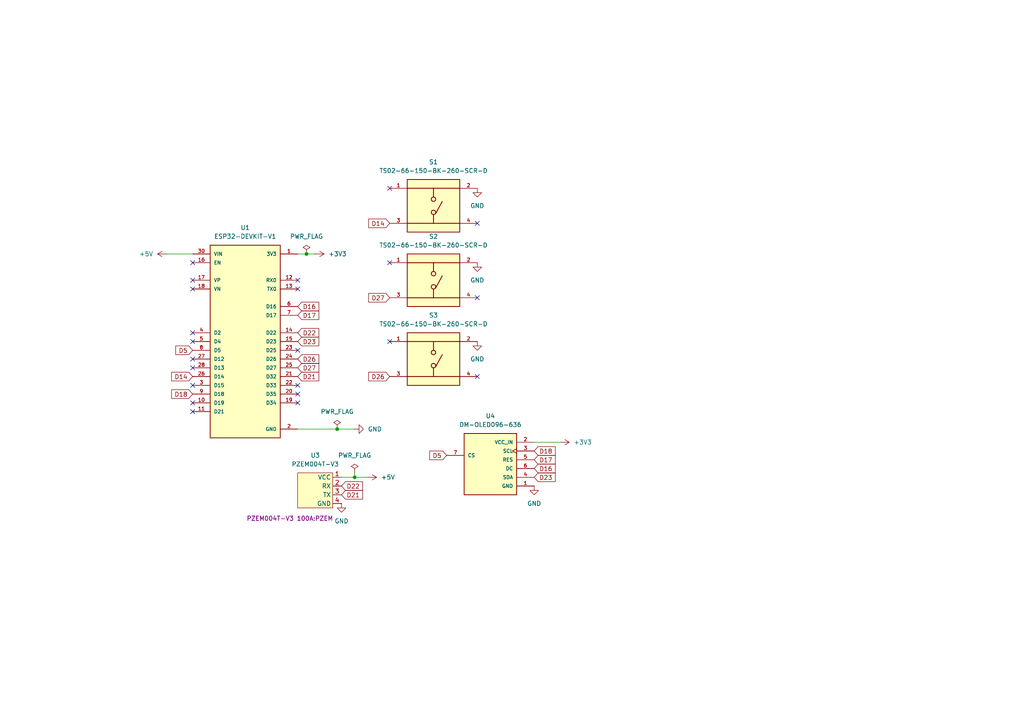
<source format=kicad_sch>
(kicad_sch (version 20250114) (generator "eeschema") (generator_version "9.0")
  (paper "A4")
  (lib_symbols
    (symbol "DM-OLED096-636:DM-OLED096-636" (pin_names (offset 1.016))
      (property "Reference" "U4" (at 0 25.4 0))
      (property "Value" "DM-OLED096-636" (at 0 22.86 0))
      (symbol "DM-OLED096-636_0_0"
        (rectangle (start -7.62 20.32) (end 7.62 2.54) (stroke (width 0.254)) (fill (type background)))
        (pin power_in line (at 12.7 17.78 180) (length 5.08) (name "VCC_IN") (number "2"))
        (pin bidirectional line (at 12.7 7.62 180) (length 5.08) (name "SDA") (number "4"))
        (pin power_in line (at 12.7 5.08 180) (length 5.08) (name "GND") (number "1"))
      )
      (symbol "DM-OLED096-636_1_0"
        (pin input line (at -12.7 13.97 0) (length 5.08) (name "CS") (number "7"))
        (pin input clock (at 12.7 15.24 180) (length 5.08) (name "SCL") (number "3"))
        (pin input line (at 12.7 12.7 180) (length 5.08) (name "RES") (number "5"))
        (pin output line (at 12.7 10.16 180) (length 5.08) (name "DC") (number "6"))
      )
    )
    (symbol "ESP32-DEVKIT-V1:ESP32-DEVKIT-V1" (pin_names (offset 1.016))
      (property "Reference" "U1" (at 0 33.02 0))
      (property "Value" "ESP32-DEVKIT-V1" (at 0 30.48 0))
      (symbol "ESP32-DEVKIT-V1_0_0"
        (rectangle (start -10.16 27.94) (end 10.16 -27.94) (stroke (width 0.254)) (fill (type background)))
        (pin input line (at -15.24 25.4 0) (length 5.08) (name "VIN") (number "30"))
        (pin input line (at -15.24 22.86 0) (length 5.08) (name "EN") (number "16"))
        (pin bidirectional line (at -15.24 17.78 0) (length 5.08) (name "VP") (number "17"))
        (pin bidirectional line (at -15.24 15.24 0) (length 5.08) (name "VN") (number "18"))
        (pin bidirectional line (at -15.24 2.54 0) (length 5.08) (name "D2") (number "4"))
        (pin bidirectional line (at -15.24 0 0) (length 5.08) (name "D4") (number "5"))
        (pin bidirectional line (at -15.24 -2.54 0) (length 5.08) (name "D5") (number "8"))
        (pin bidirectional line (at -15.24 -5.08 0) (length 5.08) (name "D12") (number "27"))
        (pin bidirectional line (at -15.24 -7.62 0) (length 5.08) (name "D13") (number "28"))
        (pin bidirectional line (at -15.24 -10.16 0) (length 5.08) (name "D14") (number "26"))
        (pin bidirectional line (at -15.24 -12.7 0) (length 5.08) (name "D15") (number "3"))
        (pin bidirectional line (at -15.24 -15.24 0) (length 5.08) (name "D18") (number "9"))
        (pin bidirectional line (at -15.24 -17.78 0) (length 5.08) (name "D19") (number "10"))
        (pin bidirectional line (at -15.24 -20.32 0) (length 5.08) (name "D21") (number "11"))
        (pin output line (at 15.24 25.4 180) (length 5.08) (name "3V3") (number "1"))
        (pin input line (at 15.24 17.78 180) (length 5.08) (name "RX0") (number "12"))
        (pin output line (at 15.24 15.24 180) (length 5.08) (name "TX0") (number "13"))
        (pin input line (at 15.24 10.16 180) (length 5.08) (name "D16") (number "6"))
        (pin output line (at 15.24 7.62 180) (length 5.08) (name "D17") (number "7"))
        (pin bidirectional line (at 15.24 2.54 180) (length 5.08) (name "D22") (number "14"))
        (pin bidirectional line (at 15.24 0 180) (length 5.08) (name "D23") (number "15"))
        (pin bidirectional line (at 15.24 -2.54 180) (length 5.08) (name "D25") (number "23"))
        (pin bidirectional line (at 15.24 -5.08 180) (length 5.08) (name "D26") (number "24"))
        (pin bidirectional line (at 15.24 -7.62 180) (length 5.08) (name "D27") (number "25"))
        (pin bidirectional line (at 15.24 -10.16 180) (length 5.08) (name "D32") (number "21"))
        (pin bidirectional line (at 15.24 -12.7 180) (length 5.08) (name "D33") (number "22"))
        (pin bidirectional line (at 15.24 -15.24 180) (length 5.08) (name "D35") (number "20"))
        (pin bidirectional line (at 15.24 -17.78 180) (length 5.08) (name "D34") (number "19"))
        (pin power_in line (at 15.24 -25.4 180) (length 5.08) (name "GND") (number "2"))
        (pin power_in line (at 15.24 -25.4 180) (length 5.08) (hide yes) (name "GND") (number "29"))
      )
    )
    (symbol "PZEM004T V3-project_Symbol:Pzem_project"
      (property "Reference" "U3" (at -14.224 12.192 0))
      (property "Value" "PZEM004T-V3" (at -13.716 9.906 0))
      (symbol "Pzem_project_1_1"
        (rectangle (start -19.05 7.62) (end -8.89 -2.54) (fill (type background)))
        (pin power_in line (at -6.35 6.35 180) (length 2.54) (name "VCC") (number "1"))
        (pin input line (at -6.35 3.81 180) (length 2.54) (name "RX") (number "2"))
        (pin input line (at -6.35 1.27 180) (length 2.54) (name "TX") (number "3"))
        (pin power_in line (at -6.35 -1.27 180) (length 2.54) (name "GND") (number "4"))
      )
    )
    (symbol "TS02-66-150-BK-260-SCR-D:TS02-66-150-BK-260-SCR-D" (pin_names (offset 1.016))
      (property "Reference" "S" (at -7.62 8.382 0))
      (property "Value" "TS02-66-150-BK-260-SCR-D" (at -7.62 -8.382 0))
      (symbol "TS02-66-150-BK-260-SCR-D_0_0"
        (rectangle (start -7.62 -7.62) (end 7.62 7.62) (stroke (width 0.254)) (fill (type background)))
        (polyline (pts (xy 0 5.08) (xy -7.62 5.08)) (stroke (width 0.254)))
        (polyline (pts (xy 0 5.08) (xy 0 2.54)) (stroke (width 0.254)))
        (polyline (pts (xy 0 5.08) (xy 7.62 5.08)) (stroke (width 0.254)))
        (circle (center 0 1.905) (radius 0.635) (stroke (width 0.254)))
        (circle (center 0 -1.905) (radius 0.635) (stroke (width 0.254)))
        (polyline (pts (xy 0 -2.54) (xy 0 -5.08)) (stroke (width 0.254)))
        (polyline (pts (xy 0 -5.08) (xy -7.62 -5.08)) (stroke (width 0.254)))
        (polyline (pts (xy 0 -5.08) (xy 7.62 -5.08)) (stroke (width 0.254)))
        (polyline (pts (xy 0.635 -2.2225) (xy 2.54 1.27)) (stroke (width 0.254)))
        (pin passive line (at -12.7 5.08 0) (length 5.08) (name "~") (number "1"))
        (pin passive line (at -12.7 -5.08 0) (length 5.08) (name "~") (number "3"))
        (pin passive line (at 12.7 5.08 180) (length 5.08) (name "~") (number "2"))
        (pin passive line (at 12.7 -5.08 180) (length 5.08) (name "~") (number "4"))
      )
    )
    (symbol "power:+3V3" (power) (pin_numbers (hide yes)) (pin_names (offset 0) (hide yes))
      (property "Value" "+3V3" (at 0 3.556 0))
      (symbol "+3V3_0_1"
        (polyline (pts (xy -0.762 1.27) (xy 0 2.54)))
        (polyline (pts (xy 0 2.54) (xy 0.762 1.27)))
        (polyline (pts (xy 0 0) (xy 0 2.54)))
      )
      (symbol "+3V3_1_1"
        (pin power_in line (at 0 0 90) (length 0) (name "~") (number "1"))
      )
    )
    (symbol "power:+5V" (power) (pin_numbers (hide yes)) (pin_names (offset 0) (hide yes))
      (property "Value" "+5V" (at 0 3.556 0))
      (symbol "+5V_0_1"
        (polyline (pts (xy -0.762 1.27) (xy 0 2.54)))
        (polyline (pts (xy 0 2.54) (xy 0.762 1.27)))
        (polyline (pts (xy 0 0) (xy 0 2.54)))
      )
      (symbol "+5V_1_1"
        (pin power_in line (at 0 0 90) (length 0) (name "~") (number "1"))
      )
    )
    (symbol "power:GND" (power) (pin_numbers (hide yes)) (pin_names (offset 0) (hide yes))
      (property "Value" "GND" (at 0 -3.81 0))
      (symbol "GND_0_1"
        (polyline (pts (xy 0 0) (xy 0 -1.27) (xy 1.27 -1.27) (xy 0 -2.54) (xy -1.27 -1.27) (xy 0 -1.27)))
      )
      (symbol "GND_1_1"
        (pin power_in line (at 0 0 270) (length 0) (name "~") (number "1"))
      )
    )
    (symbol "power:PWR_FLAG" (power) (pin_numbers (hide yes)) (pin_names (offset 0) (hide yes))
      (property "Value" "PWR_FLAG" (at 0 3.81 0))
      (symbol "PWR_FLAG_0_0"
        (pin power_out line (at 0 0 90) (length 0) (name "~") (number "1"))
      )
      (symbol "PWR_FLAG_0_1"
        (polyline (pts (xy 0 0) (xy 0 1.27) (xy -1.016 1.905) (xy 0 2.54) (xy 1.016 1.905) (xy 0 1.27)))
      )
    )
  )
  (junction (at 97.79 124.46))
  (junction (at 102.87 138.43))
  (junction (at 88.9 73.66))
  (no_connect (at 86.36 83.82))
  (no_connect (at 55.88 111.76))
  (no_connect (at 86.36 116.84))
  (no_connect (at 55.88 116.84))
  (no_connect (at 86.36 101.6))
  (no_connect (at 55.88 99.06))
  (no_connect (at 55.88 119.38))
  (no_connect (at 55.88 76.2))
  (no_connect (at 86.36 114.3))
  (no_connect (at 86.36 111.76))
  (no_connect (at 113.03 54.61))
  (no_connect (at 55.88 104.14))
  (no_connect (at 55.88 83.82))
  (no_connect (at 55.88 81.28))
  (no_connect (at 138.43 109.22))
  (no_connect (at 86.36 81.28))
  (no_connect (at 138.43 86.36))
  (no_connect (at 55.88 96.52))
  (no_connect (at 138.43 64.77))
  (no_connect (at 55.88 106.68))
  (no_connect (at 113.03 76.2))
  (no_connect (at 113.03 99.06))
  (wire (pts (xy 48.26 73.66) (xy 55.88 73.66)))
  (wire (pts (xy 102.87 137.16) (xy 102.87 138.43)))
  (wire (pts (xy 154.94 128.27) (xy 162.56 128.27)))
  (wire (pts (xy 106.68 138.43) (xy 102.87 138.43)))
  (wire (pts (xy 99.06 138.43) (xy 102.87 138.43)))
  (wire (pts (xy 88.9 73.66) (xy 91.44 73.66)))
  (wire (pts (xy 86.36 73.66) (xy 88.9 73.66)))
  (wire (pts (xy 97.79 124.46) (xy 86.36 124.46)))
  (wire (pts (xy 102.87 124.46) (xy 97.79 124.46)))
  (global_label "D17" (shape input) (at 86.36 91.44 0) (property "Intersheetrefs" "${INTERSHEET_REFS}" (effects (hide yes))))
  (global_label "D27" (shape input) (at 113.03 86.36 180) (property "Intersheetrefs" "${INTERSHEET_REFS}" (effects (hide yes))))
  (global_label "D23" (shape input) (at 86.36 99.06 0) (property "Intersheetrefs" "${INTERSHEET_REFS}" (effects (hide yes))))
  (global_label "D5" (shape input) (at 129.54 132.08 180) (property "Intersheetrefs" "${INTERSHEET_REFS}" (effects (hide yes))))
  (global_label "D14" (shape input) (at 113.03 64.77 180) (property "Intersheetrefs" "${INTERSHEET_REFS}" (effects (hide yes))))
  (global_label "D17" (shape input) (at 154.94 133.35 0) (property "Intersheetrefs" "${INTERSHEET_REFS}" (effects (hide yes))))
  (global_label "D5" (shape input) (at 55.88 101.6 180) (property "Intersheetrefs" "${INTERSHEET_REFS}" (effects (hide yes))))
  (global_label "D23" (shape input) (at 154.94 138.43 0) (property "Intersheetrefs" "${INTERSHEET_REFS}" (effects (hide yes))))
  (global_label "D22" (shape input) (at 86.36 96.52 0) (property "Intersheetrefs" "${INTERSHEET_REFS}" (effects (hide yes))))
  (global_label "D26" (shape input) (at 86.36 104.14 0) (property "Intersheetrefs" "${INTERSHEET_REFS}" (effects (hide yes))))
  (global_label "D18" (shape input) (at 55.88 114.3 180) (property "Intersheetrefs" "${INTERSHEET_REFS}" (effects (hide yes))))
  (global_label "D21" (shape input) (at 99.06 143.51 0) (property "Intersheetrefs" "${INTERSHEET_REFS}" (effects (hide yes))))
  (global_label "D18" (shape input) (at 154.94 130.81 0) (property "Intersheetrefs" "${INTERSHEET_REFS}" (effects (hide yes))))
  (global_label "D22" (shape input) (at 99.06 140.97 0) (property "Intersheetrefs" "${INTERSHEET_REFS}" (effects (hide yes))))
  (global_label "D26" (shape input) (at 113.03 109.22 180) (property "Intersheetrefs" "${INTERSHEET_REFS}" (effects (hide yes))))
  (global_label "D16" (shape input) (at 86.36 88.9 0) (property "Intersheetrefs" "${INTERSHEET_REFS}" (effects (hide yes))))
  (global_label "D21" (shape input) (at 86.36 109.22 0) (property "Intersheetrefs" "${INTERSHEET_REFS}" (effects (hide yes))))
  (global_label "D27" (shape input) (at 86.36 106.68 0) (property "Intersheetrefs" "${INTERSHEET_REFS}" (effects (hide yes))))
  (global_label "D14" (shape input) (at 55.88 109.22 180) (property "Intersheetrefs" "${INTERSHEET_REFS}" (effects (hide yes))))
  (global_label "D16" (shape input) (at 154.94 135.89 0) (property "Intersheetrefs" "${INTERSHEET_REFS}" (effects (hide yes))))
  (symbol (lib_id "ESP32-DEVKIT-V1:ESP32-DEVKIT-V1") (at 71.12 99.06 0) (unit 1)
    (property "Reference" "U1" (at 71.12 66.04 0))
    (property "Value" "ESP32-DEVKIT-V1" (at 71.12 68.58 0))
    (property "Footprint" "ESP32-DEVKIT-V1:MODULE_ESP32_DEVKIT_V1" (effects (hide yes)))
    (property "MF" "Do it" (effects (hide yes)))
    (property "MAXIMUM_PACKAGE_HEIGHT" "6.8 mm" (effects (hide yes)))
    (property "Package" "None" (effects (hide yes)))
    (property "Price" "None" (effects (hide yes)))
    (property "Check_prices" "https://www.snapeda.com/parts/ESP32-DEVKIT-V1/Do+it/view-part/?ref=eda" (effects (hide yes)))
    (property "STANDARD" "Manufacturer Recommendations" (effects (hide yes)))
    (property "PARTREV" "N/A" (effects (hide yes)))
    (property "SnapEDA_Link" "https://www.snapeda.com/parts/ESP32-DEVKIT-V1/Do+it/view-part/?ref=snap" (effects (hide yes)))
    (property "MP" "ESP32-DEVKIT-V1" (effects (hide yes)))
    (property "Description_1" "Dual core, Wi-Fi: 2.4 GHz up to 150 Mbits/s,BLE (Bluetooth Low Energy) and legacy Bluetooth, 32 bits, Up to 240 MHz" (effects (hide yes)))
    (property "Availability" "Not in stock" (effects (hide yes)))
    (property "MANUFACTURER" "DOIT" (effects (hide yes)))
  )
  (symbol (lib_id "power:PWR_FLAG") (at 97.79 124.46 0) (unit 1)
    (property "Reference" "#FLG01" (effects (hide yes)))
    (property "Value" "PWR_FLAG" (at 97.79 119.38 0))
    (property "Description" "Special symbol for telling ERC where power comes from" (effects (hide yes)))
  )
  (symbol (lib_id "power:GND") (at 138.43 76.2 0) (unit 1)
    (property "Reference" "#PWR05" (effects (hide yes)))
    (property "Value" "GND" (at 138.43 81.28 0))
    (property "Description" "Power symbol creates a global label with name \"GND\" , ground" (effects (hide yes)))
  )
  (symbol (lib_id "power:GND") (at 138.43 54.61 0) (unit 1)
    (property "Reference" "#PWR06" (effects (hide yes)))
    (property "Value" "GND" (at 138.43 59.69 0))
    (property "Description" "Power symbol creates a global label with name \"GND\" , ground" (effects (hide yes)))
  )
  (symbol (lib_id "power:PWR_FLAG") (at 102.87 137.16 0) (unit 1)
    (property "Reference" "#FLG03" (effects (hide yes)))
    (property "Value" "PWR_FLAG" (at 102.87 132.08 0))
    (property "Description" "Special symbol for telling ERC where power comes from" (effects (hide yes)))
  )
  (symbol (lib_id "power:GND") (at 102.87 124.46 90) (unit 1)
    (property "Reference" "#PWR01" (effects (hide yes)))
    (property "Value" "GND" (at 106.68 124.4599 90) (effects (justify right)))
    (property "Description" "Power symbol creates a global label with name \"GND\" , ground" (effects (hide yes)))
  )
  (symbol (lib_id "power:+3V3") (at 91.44 73.66 270) (unit 1)
    (property "Reference" "#PWR09" (effects (hide yes)))
    (property "Value" "+3V3" (at 95.25 73.6599 90) (effects (justify left)))
    (property "Description" "Power symbol creates a global label with name \"+3V3\"" (effects (hide yes)))
  )
  (symbol (lib_id "power:+5V") (at 48.26 73.66 90) (unit 1)
    (property "Reference" "#PWR07" (effects (hide yes)))
    (property "Value" "+5V" (at 44.45 73.6599 90) (effects (justify left)))
    (property "Description" "Power symbol creates a global label with name \"+5V\"" (effects (hide yes)))
  )
  (symbol (lib_id "TS02-66-150-BK-260-SCR-D:TS02-66-150-BK-260-SCR-D") (at 125.73 59.69 0) (unit 1)
    (property "Reference" "S1" (at 125.73 46.99 0))
    (property "Value" "TS02-66-150-BK-260-SCR-D" (at 125.73 49.53 0))
    (property "Footprint" "TS02-66-150-BK-260-SCR-D:SW_TS02-66-150-BK-260-SCR-D" (effects (hide yes)))
    (property "MF" "Same Sky" (effects (hide yes)))
    (property "Description_1" "6 x 6 mm, 15 mm Actuator Height, 260 gf, Black, Short Crimped, Through Hole, SPST, Tactile Switch" (effects (hide yes)))
    (property "Package" "None" (effects (hide yes)))
    (property "Price" "None" (effects (hide yes)))
    (property "Check_prices" "https://www.snapeda.com/parts/TS02-66-150-BK-260-SCR-D/Same+Sky/view-part/?ref=eda" (effects (hide yes)))
    (property "STANDARD" "Manufacturer Recommendations" (effects (hide yes)))
    (property "PARTREV" "1.0" (effects (hide yes)))
    (property "SnapEDA_Link" "https://www.snapeda.com/parts/TS02-66-150-BK-260-SCR-D/Same+Sky/view-part/?ref=snap" (effects (hide yes)))
    (property "MP" "TS02-66-150-BK-260-SCR-D" (effects (hide yes)))
    (property "Availability" "In Stock" (effects (hide yes)))
    (property "MANUFACTURER" "CUI Devices" (effects (hide yes)))
  )
  (symbol (lib_id "power:GND") (at 154.94 140.97 0) (unit 1)
    (property "Reference" "#PWR03" (effects (hide yes)))
    (property "Value" "GND" (at 154.94 146.05 0))
    (property "Description" "Power symbol creates a global label with name \"GND\" , ground" (effects (hide yes)))
  )
  (symbol (lib_id "power:GND") (at 99.06 146.05 0) (unit 1)
    (property "Reference" "#PWR02" (effects (hide yes)))
    (property "Value" "GND" (at 99.06 151.13 0))
    (property "Description" "Power symbol creates a global label with name \"GND\" , ground" (effects (hide yes)))
  )
  (symbol (lib_id "PZEM004T V3-project_Symbol:Pzem_project") (at 105.41 144.78 0) (unit 1)
    (property "Reference" "U3" (at 91.44 132.08 0))
    (property "Value" "PZEM004T-V3" (at 91.44 134.62 0))
    (property "Footprint" "PZEM004T-V3 100A:PZEM" (at 84.074 150.368 0))
  )
  (symbol (lib_id "power:+5V") (at 106.68 138.43 270) (unit 1)
    (property "Reference" "#PWR08" (effects (hide yes)))
    (property "Value" "+5V" (at 110.49 138.4299 90) (effects (justify left)))
    (property "Description" "Power symbol creates a global label with name \"+5V\"" (effects (hide yes)))
  )
  (symbol (lib_id "TS02-66-150-BK-260-SCR-D:TS02-66-150-BK-260-SCR-D") (at 125.73 81.28 0) (unit 1)
    (property "Reference" "S2" (at 125.73 68.58 0))
    (property "Value" "TS02-66-150-BK-260-SCR-D" (at 125.73 71.12 0))
    (property "Footprint" "TS02-66-150-BK-260-SCR-D:SW_TS02-66-150-BK-260-SCR-D" (effects (hide yes)))
    (property "MF" "Same Sky" (effects (hide yes)))
    (property "Description_1" "6 x 6 mm, 15 mm Actuator Height, 260 gf, Black, Short Crimped, Through Hole, SPST, Tactile Switch" (effects (hide yes)))
    (property "Package" "None" (effects (hide yes)))
    (property "Price" "None" (effects (hide yes)))
    (property "Check_prices" "https://www.snapeda.com/parts/TS02-66-150-BK-260-SCR-D/Same+Sky/view-part/?ref=eda" (effects (hide yes)))
    (property "STANDARD" "Manufacturer Recommendations" (effects (hide yes)))
    (property "PARTREV" "1.0" (effects (hide yes)))
    (property "SnapEDA_Link" "https://www.snapeda.com/parts/TS02-66-150-BK-260-SCR-D/Same+Sky/view-part/?ref=snap" (effects (hide yes)))
    (property "MP" "TS02-66-150-BK-260-SCR-D" (effects (hide yes)))
    (property "Availability" "In Stock" (effects (hide yes)))
    (property "MANUFACTURER" "CUI Devices" (effects (hide yes)))
  )
  (symbol (lib_id "DM-OLED096-636:DM-OLED096-636") (at 142.24 146.05 0) (unit 1)
    (property "Reference" "U4" (at 142.24 120.65 0))
    (property "Value" "DM-OLED096-636" (at 142.24 123.19 0))
    (property "Footprint" "DM-OLED096-636:Oled module (only pin)" (effects (hide yes)))
    (property "MF" "Display Module" (effects (hide yes)))
    (property "MAXIMUM_PACKAGE_HEIGHT" "11.3 mm" (effects (hide yes)))
    (property "Package" "Package" (effects (hide yes)))
    (property "Price" "None" (effects (hide yes)))
    (property "Check_prices" "https://www.snapeda.com/parts/DM-OLED096-636/Display+Module/view-part/?ref=eda" (effects (hide yes)))
    (property "STANDARD" "Manufacturer Recommendations" (effects (hide yes)))
    (property "PARTREV" "2018-09-10" (effects (hide yes)))
    (property "SnapEDA_Link" "https://www.snapeda.com/parts/DM-OLED096-636/Display+Module/view-part/?ref=snap" (effects (hide yes)))
    (property "MP" "DM-OLED096-636" (effects (hide yes)))
    (property "Description_1" "0.96” 128 X 64 MONOCHROME GRAPHIC OLED DISPLAY MODULE - I2C" (effects (hide yes)))
    (property "Availability" "Not in stock" (effects (hide yes)))
    (property "MANUFACTURER" "Displaymodule" (effects (hide yes)))
  )
  (symbol (lib_id "power:PWR_FLAG") (at 88.9 73.66 0) (unit 1)
    (property "Reference" "#FLG02" (effects (hide yes)))
    (property "Value" "PWR_FLAG" (at 88.9 68.58 0))
    (property "Description" "Special symbol for telling ERC where power comes from" (effects (hide yes)))
  )
  (symbol (lib_id "power:+3V3") (at 162.56 128.27 270) (unit 1)
    (property "Reference" "#PWR010" (effects (hide yes)))
    (property "Value" "+3V3" (at 166.37 128.2699 90) (effects (justify left)))
    (property "Description" "Power symbol creates a global label with name \"+3V3\"" (effects (hide yes)))
  )
  (symbol (lib_id "power:GND") (at 138.43 99.06 0) (unit 1)
    (property "Reference" "#PWR04" (effects (hide yes)))
    (property "Value" "GND" (at 138.43 104.14 0))
    (property "Description" "Power symbol creates a global label with name \"GND\" , ground" (effects (hide yes)))
  )
  (symbol (lib_id "TS02-66-150-BK-260-SCR-D:TS02-66-150-BK-260-SCR-D") (at 125.73 104.14 0) (unit 1)
    (property "Reference" "S3" (at 125.73 91.44 0))
    (property "Value" "TS02-66-150-BK-260-SCR-D" (at 125.73 93.98 0))
    (property "Footprint" "TS02-66-150-BK-260-SCR-D:SW_TS02-66-150-BK-260-SCR-D" (effects (hide yes)))
    (property "MF" "Same Sky" (effects (hide yes)))
    (property "Description_1" "6 x 6 mm, 15 mm Actuator Height, 260 gf, Black, Short Crimped, Through Hole, SPST, Tactile Switch" (effects (hide yes)))
    (property "Package" "None" (effects (hide yes)))
    (property "Price" "None" (effects (hide yes)))
    (property "Check_prices" "https://www.snapeda.com/parts/TS02-66-150-BK-260-SCR-D/Same+Sky/view-part/?ref=eda" (effects (hide yes)))
    (property "STANDARD" "Manufacturer Recommendations" (effects (hide yes)))
    (property "PARTREV" "1.0" (effects (hide yes)))
    (property "SnapEDA_Link" "https://www.snapeda.com/parts/TS02-66-150-BK-260-SCR-D/Same+Sky/view-part/?ref=snap" (effects (hide yes)))
    (property "MP" "TS02-66-150-BK-260-SCR-D" (effects (hide yes)))
    (property "Availability" "In Stock" (effects (hide yes)))
    (property "MANUFACTURER" "CUI Devices" (effects (hide yes)))
  )
)
</source>
